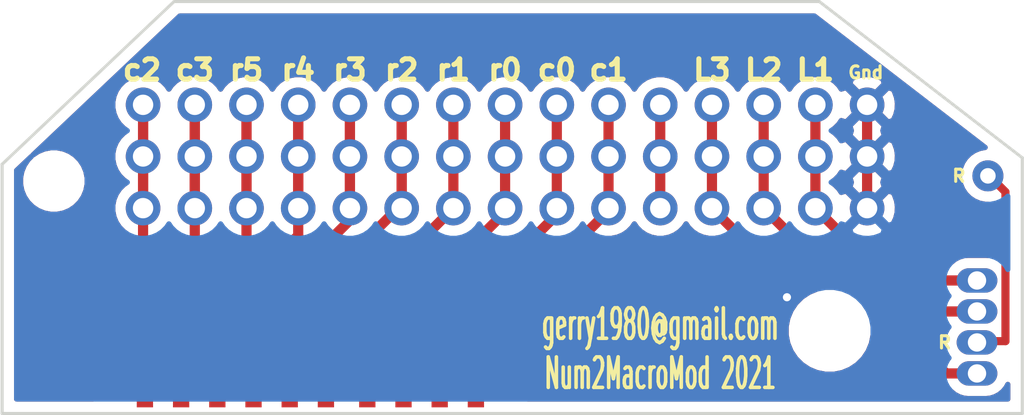
<source format=kicad_pcb>
(kicad_pcb (version 20171130) (host pcbnew "(5.1.8)-1")

  (general
    (thickness 1.6)
    (drawings 23)
    (tracks 65)
    (zones 0)
    (modules 5)
    (nets 17)
  )

  (page A4)
  (layers
    (0 F.Cu signal)
    (31 B.Cu signal)
    (32 B.Adhes user)
    (33 F.Adhes user)
    (34 B.Paste user)
    (35 F.Paste user)
    (36 B.SilkS user)
    (37 F.SilkS user)
    (38 B.Mask user)
    (39 F.Mask user)
    (40 Dwgs.User user)
    (41 Cmts.User user)
    (42 Eco1.User user)
    (43 Eco2.User user)
    (44 Edge.Cuts user)
    (45 Margin user)
    (46 B.CrtYd user)
    (47 F.CrtYd user)
    (48 B.Fab user)
    (49 F.Fab user)
  )

  (setup
    (last_trace_width 0.25)
    (trace_clearance 0.2)
    (zone_clearance 0.508)
    (zone_45_only no)
    (trace_min 0.2)
    (via_size 0.8)
    (via_drill 0.4)
    (via_min_size 0.4)
    (via_min_drill 0.3)
    (uvia_size 0.3)
    (uvia_drill 0.1)
    (uvias_allowed no)
    (uvia_min_size 0.2)
    (uvia_min_drill 0.1)
    (edge_width 0.05)
    (segment_width 0.2)
    (pcb_text_width 0.3)
    (pcb_text_size 1.5 1.5)
    (mod_edge_width 0.12)
    (mod_text_size 1 1)
    (mod_text_width 0.15)
    (pad_size 1.2 2)
    (pad_drill 0.9)
    (pad_to_mask_clearance 0)
    (aux_axis_origin 0 0)
    (visible_elements 7FFFFFFF)
    (pcbplotparams
      (layerselection 0x010fc_ffffffff)
      (usegerberextensions false)
      (usegerberattributes true)
      (usegerberadvancedattributes true)
      (creategerberjobfile true)
      (excludeedgelayer true)
      (linewidth 0.100000)
      (plotframeref false)
      (viasonmask false)
      (mode 1)
      (useauxorigin false)
      (hpglpennumber 1)
      (hpglpenspeed 20)
      (hpglpendiameter 15.000000)
      (psnegative false)
      (psa4output false)
      (plotreference true)
      (plotvalue true)
      (plotinvisibletext false)
      (padsonsilk false)
      (subtractmaskfromsilk false)
      (outputformat 1)
      (mirror false)
      (drillshape 0)
      (scaleselection 1)
      (outputdirectory "gerber"))
  )

  (net 0 "")
  (net 1 Gnd)
  (net 2 1)
  (net 3 2)
  (net 4 3)
  (net 5 4)
  (net 6 5)
  (net 7 6)
  (net 8 7)
  (net 9 8)
  (net 10 9)
  (net 11 10)
  (net 12 11)
  (net 13 12)
  (net 14 13)
  (net 15 14)
  (net 16 R)

  (net_class Default "This is the default net class."
    (clearance 0.2)
    (trace_width 0.25)
    (via_dia 0.8)
    (via_drill 0.4)
    (uvia_dia 0.3)
    (uvia_drill 0.1)
    (add_net 1)
    (add_net 10)
    (add_net 11)
    (add_net 12)
    (add_net 13)
    (add_net 14)
    (add_net 2)
    (add_net 3)
    (add_net 4)
    (add_net 5)
    (add_net 6)
    (add_net 7)
    (add_net 8)
    (add_net 9)
    (add_net Gnd)
    (add_net R)
  )

  (module Footprint (layer F.Cu) (tedit 609E4897) (tstamp 609DCAB9)
    (at 155.0305 99.441)
    (fp_text reference G*** (at 0 0) (layer F.SilkS) hide
      (effects (font (size 1.524 1.524) (thickness 0.3)))
    )
    (fp_text value LOGO (at 0.75 0) (layer F.SilkS) hide
      (effects (font (size 1.524 1.524) (thickness 0.3)))
    )
    (fp_poly (pts (xy 20.140002 -6.293037) (xy 25.146 -2.426073) (xy 25.146 10.244666) (xy -25.146 10.244666)
      (xy -25.146 -1.989754) (xy -24.976667 -1.989754) (xy -24.976667 10.075333) (xy 24.976666 10.075333)
      (xy 24.972119 3.8735) (xy 24.967571 -2.328334) (xy 15.028333 -9.989498) (xy -0.762 -9.989041)
      (xy -16.552334 -9.988584) (xy -20.7645 -5.989169) (xy -24.976667 -1.989754) (xy -25.146 -1.989754)
      (xy -25.146 -2.117108) (xy -24.793239 -2.434388) (xy -24.670329 -2.547975) (xy -24.436262 -2.767267)
      (xy -24.10262 -3.081314) (xy -23.680988 -3.479168) (xy -23.182948 -3.949878) (xy -22.620086 -4.482495)
      (xy -22.003984 -5.06607) (xy -21.346227 -5.689654) (xy -20.658398 -6.342296) (xy -20.538798 -6.455834)
      (xy -16.637119 -10.16) (xy 15.134005 -10.16) (xy 20.140002 -6.293037)) (layer F.CrtYd) (width 0.01))
    (pad "" np_thru_hole circle (at 15.594 6.096) (size 3 3) (drill 3) (layers *.Cu *.Mask))
    (pad "" np_thru_hole circle (at -22.506 -1.27) (size 2 2) (drill 2) (layers *.Cu *.Mask))
    (pad 1 connect rect (at -18.034 6.858) (size 0.8 6) (layers F.Cu F.Mask)
      (net 2 1) (clearance 2))
    (pad 2 connect rect (at -16.256 6.858) (size 0.8 6) (layers F.Cu F.Mask)
      (net 3 2))
    (pad 3 connect rect (at -14.478 6.858) (size 0.8 6) (layers F.Cu F.Mask)
      (net 4 3))
    (pad 4 connect rect (at -12.7 6.858) (size 0.8 6) (layers F.Cu F.Mask)
      (net 5 4))
    (pad 5 connect rect (at -10.922 6.858) (size 0.8 6) (layers F.Cu F.Mask)
      (net 6 5))
    (pad 6 connect rect (at -9.144 6.858) (size 0.8 6) (layers F.Cu F.Mask)
      (net 7 6))
    (pad 7 connect rect (at -7.112 6.858) (size 0.8 6) (layers F.Cu F.Mask)
      (net 8 7))
    (pad 8 connect rect (at -5.334 6.858) (size 0.8 6) (layers F.Cu F.Mask)
      (net 9 8))
    (pad 9 connect rect (at -3.556 6.858) (size 0.8 6) (layers F.Cu F.Mask)
      (net 10 9))
    (pad 10 connect rect (at -1.778 6.858) (size 0.8 6) (layers F.Cu F.Mask)
      (net 11 10) (clearance 2))
    (pad 11 thru_hole circle (at 23.368 -1.524) (size 1.524 1.524) (drill 0.762) (layers *.Cu *.Mask)
      (net 16 R))
  )

  (module LED_THT:LED_D5.0mm-4_RGB (layer F.Cu) (tedit 609E4693) (tstamp 609E387E)
    (at 177.8635 108.6485 90)
    (fp_text reference REF** (at 3.2385 -3.96 90) (layer F.SilkS) hide
      (effects (font (size 1 1) (thickness 0.15)))
    )
    (fp_text value LED_D5.0mm-4_RGB (at 3.2385 3.96 90) (layer F.Fab) hide
      (effects (font (size 1 1) (thickness 0.15)))
    )
    (pad 1 thru_hole oval (at 1.016 0 90) (size 1.2 2) (drill 0.9) (layers *.Cu *.Mask)
      (net 13 12))
    (pad 2 thru_hole oval (at 2.54 0 90) (size 1.2 2) (drill 0.9) (layers *.Cu *.Mask)
      (net 16 R))
    (pad 3 thru_hole oval (at 4.064 0 90) (size 1.2 2) (drill 0.9) (layers *.Cu *.Mask)
      (net 14 13))
    (pad 4 thru_hole oval (at 5.588 0 90) (size 1.2 2) (drill 0.9) (layers *.Cu *.Mask)
      (net 15 14))
  )

  (module Cable (layer F.Cu) (tedit 609D707F) (tstamp 609DE767)
    (at 154.94 99.7585)
    (fp_text reference REF** (at -20.364 -0.254 90) (layer F.SilkS) hide
      (effects (font (size 1 1) (thickness 0.15)))
    )
    (fp_text value Cable (at 19.856 -0.254 90) (layer F.Fab) hide
      (effects (font (size 1 1) (thickness 0.15)))
    )
    (fp_text user %R (at -0.254 -0.254 180) (layer F.Fab)
      (effects (font (size 1 1) (thickness 0.15)))
    )
    (pad 15 thru_hole circle (at 17.526 -0.254 90) (size 1.7 1.7) (drill 1) (layers *.Cu *.Mask)
      (net 1 Gnd))
    (pad 14 thru_hole circle (at 14.986 -0.254 90) (size 1.7 1.7) (drill 1) (layers *.Cu *.Mask)
      (net 15 14))
    (pad 13 thru_hole circle (at 12.446 -0.254 90) (size 1.7 1.7) (drill 1) (layers *.Cu *.Mask)
      (net 14 13))
    (pad 12 thru_hole circle (at 9.906 -0.254 90) (size 1.7 1.7) (drill 1) (layers *.Cu *.Mask)
      (net 13 12))
    (pad 11 thru_hole circle (at 7.366 -0.254 90) (size 1.7 1.7) (drill 1) (layers *.Cu *.Mask)
      (net 12 11))
    (pad 10 thru_hole circle (at 4.826 -0.254 90) (size 1.7 1.7) (drill 1) (layers *.Cu *.Mask)
      (net 11 10))
    (pad 9 thru_hole circle (at 2.286 -0.254 90) (size 1.7 1.7) (drill 1) (layers *.Cu *.Mask)
      (net 10 9))
    (pad 8 thru_hole circle (at -0.254 -0.254 90) (size 1.7 1.7) (drill 1) (layers *.Cu *.Mask)
      (net 9 8))
    (pad 7 thru_hole circle (at -2.794 -0.254 90) (size 1.7 1.7) (drill 1) (layers *.Cu *.Mask)
      (net 8 7))
    (pad 6 thru_hole circle (at -5.334 -0.254 90) (size 1.7 1.7) (drill 1) (layers *.Cu *.Mask)
      (net 7 6))
    (pad 5 thru_hole circle (at -7.874 -0.254 270) (size 1.7 1.7) (drill 1) (layers *.Cu *.Mask)
      (net 6 5))
    (pad 4 thru_hole circle (at -10.414 -0.254 90) (size 1.7 1.7) (drill 1) (layers *.Cu *.Mask)
      (net 5 4))
    (pad 3 thru_hole circle (at -12.954 -0.254 90) (size 1.7 1.7) (drill 1) (layers *.Cu *.Mask)
      (net 4 3))
    (pad 2 thru_hole circle (at -15.494 -0.254 90) (size 1.7 1.7) (drill 1) (layers *.Cu *.Mask)
      (net 3 2))
    (pad 1 thru_hole circle (at -18.034 -0.254 90) (size 1.7 1.7) (drill 1) (layers *.Cu *.Mask)
      (net 2 1))
  )

  (module Cable (layer F.Cu) (tedit 609D707F) (tstamp 609DE767)
    (at 154.94 97.2185)
    (fp_text reference REF** (at -20.364 -0.254 90) (layer F.SilkS) hide
      (effects (font (size 1 1) (thickness 0.15)))
    )
    (fp_text value Cable (at 19.856 -0.254 90) (layer F.Fab) hide
      (effects (font (size 1 1) (thickness 0.15)))
    )
    (fp_text user %R (at -0.254 -0.254 180) (layer F.Fab)
      (effects (font (size 1 1) (thickness 0.15)))
    )
    (pad 15 thru_hole circle (at 17.526 -0.254 90) (size 1.7 1.7) (drill 1) (layers *.Cu *.Mask)
      (net 1 Gnd))
    (pad 14 thru_hole circle (at 14.986 -0.254 90) (size 1.7 1.7) (drill 1) (layers *.Cu *.Mask)
      (net 15 14))
    (pad 13 thru_hole circle (at 12.446 -0.254 90) (size 1.7 1.7) (drill 1) (layers *.Cu *.Mask)
      (net 14 13))
    (pad 12 thru_hole circle (at 9.906 -0.254 90) (size 1.7 1.7) (drill 1) (layers *.Cu *.Mask)
      (net 13 12))
    (pad 11 thru_hole circle (at 7.366 -0.254 90) (size 1.7 1.7) (drill 1) (layers *.Cu *.Mask)
      (net 12 11))
    (pad 10 thru_hole circle (at 4.826 -0.254 90) (size 1.7 1.7) (drill 1) (layers *.Cu *.Mask)
      (net 11 10))
    (pad 9 thru_hole circle (at 2.286 -0.254 90) (size 1.7 1.7) (drill 1) (layers *.Cu *.Mask)
      (net 10 9))
    (pad 8 thru_hole circle (at -0.254 -0.254 90) (size 1.7 1.7) (drill 1) (layers *.Cu *.Mask)
      (net 9 8))
    (pad 7 thru_hole circle (at -2.794 -0.254 90) (size 1.7 1.7) (drill 1) (layers *.Cu *.Mask)
      (net 8 7))
    (pad 6 thru_hole circle (at -5.334 -0.254 90) (size 1.7 1.7) (drill 1) (layers *.Cu *.Mask)
      (net 7 6))
    (pad 5 thru_hole circle (at -7.874 -0.254 270) (size 1.7 1.7) (drill 1) (layers *.Cu *.Mask)
      (net 6 5))
    (pad 4 thru_hole circle (at -10.414 -0.254 90) (size 1.7 1.7) (drill 1) (layers *.Cu *.Mask)
      (net 5 4))
    (pad 3 thru_hole circle (at -12.954 -0.254 90) (size 1.7 1.7) (drill 1) (layers *.Cu *.Mask)
      (net 4 3))
    (pad 2 thru_hole circle (at -15.494 -0.254 90) (size 1.7 1.7) (drill 1) (layers *.Cu *.Mask)
      (net 3 2))
    (pad 1 thru_hole circle (at -18.034 -0.254 90) (size 1.7 1.7) (drill 1) (layers *.Cu *.Mask)
      (net 2 1))
  )

  (module Cable (layer F.Cu) (tedit 609D707F) (tstamp 609DCEE3)
    (at 154.94 94.6785)
    (fp_text reference REF** (at -20.364 -0.254 90) (layer F.SilkS) hide
      (effects (font (size 1 1) (thickness 0.15)))
    )
    (fp_text value Cable (at 19.856 -0.254 90) (layer F.Fab) hide
      (effects (font (size 1 1) (thickness 0.15)))
    )
    (fp_text user %R (at -0.254 -0.254 180) (layer F.Fab)
      (effects (font (size 1 1) (thickness 0.15)))
    )
    (pad 1 thru_hole circle (at -18.034 -0.254 90) (size 1.7 1.7) (drill 1) (layers *.Cu *.Mask)
      (net 2 1))
    (pad 2 thru_hole circle (at -15.494 -0.254 90) (size 1.7 1.7) (drill 1) (layers *.Cu *.Mask)
      (net 3 2))
    (pad 3 thru_hole circle (at -12.954 -0.254 90) (size 1.7 1.7) (drill 1) (layers *.Cu *.Mask)
      (net 4 3))
    (pad 4 thru_hole circle (at -10.414 -0.254 90) (size 1.7 1.7) (drill 1) (layers *.Cu *.Mask)
      (net 5 4))
    (pad 5 thru_hole circle (at -7.874 -0.254 270) (size 1.7 1.7) (drill 1) (layers *.Cu *.Mask)
      (net 6 5))
    (pad 6 thru_hole circle (at -5.334 -0.254 90) (size 1.7 1.7) (drill 1) (layers *.Cu *.Mask)
      (net 7 6))
    (pad 7 thru_hole circle (at -2.794 -0.254 90) (size 1.7 1.7) (drill 1) (layers *.Cu *.Mask)
      (net 8 7))
    (pad 8 thru_hole circle (at -0.254 -0.254 90) (size 1.7 1.7) (drill 1) (layers *.Cu *.Mask)
      (net 9 8))
    (pad 9 thru_hole circle (at 2.286 -0.254 90) (size 1.7 1.7) (drill 1) (layers *.Cu *.Mask)
      (net 10 9))
    (pad 10 thru_hole circle (at 4.826 -0.254 90) (size 1.7 1.7) (drill 1) (layers *.Cu *.Mask)
      (net 11 10))
    (pad 11 thru_hole circle (at 7.366 -0.254 90) (size 1.7 1.7) (drill 1) (layers *.Cu *.Mask)
      (net 12 11))
    (pad 12 thru_hole circle (at 9.906 -0.254 90) (size 1.7 1.7) (drill 1) (layers *.Cu *.Mask)
      (net 13 12))
    (pad 13 thru_hole circle (at 12.446 -0.254 90) (size 1.7 1.7) (drill 1) (layers *.Cu *.Mask)
      (net 14 13))
    (pad 14 thru_hole circle (at 14.986 -0.254 90) (size 1.7 1.7) (drill 1) (layers *.Cu *.Mask)
      (net 15 14))
    (pad 15 thru_hole circle (at 17.526 -0.254 90) (size 1.7 1.7) (drill 1) (layers *.Cu *.Mask)
      (net 1 Gnd))
  )

  (gr_text "gerry1980@gmail.com\nNum2MacroMod 2021" (at 162.306 106.426) (layer F.SilkS)
    (effects (font (size 1.5 0.7) (thickness 0.175)))
  )
  (gr_text R (at 176.9745 97.917) (layer F.SilkS) (tstamp 609E527D)
    (effects (font (size 0.6 0.6) (thickness 0.15)))
  )
  (gr_text R (at 176.276 106.1085) (layer F.SilkS) (tstamp 609E5277)
    (effects (font (size 0.6 0.6) (thickness 0.15)))
  )
  (gr_text Gnd (at 172.4025 92.837) (layer F.SilkS) (tstamp 609E45DF)
    (effects (font (size 0.6 0.6) (thickness 0.15)))
  )
  (gr_text L1 (at 169.926 92.71) (layer F.SilkS) (tstamp 609E45DF)
    (effects (font (size 1 1) (thickness 0.25)))
  )
  (gr_text L2 (at 167.386 92.71) (layer F.SilkS) (tstamp 609E45DF)
    (effects (font (size 1 1) (thickness 0.25)))
  )
  (gr_text L3 (at 164.846 92.71) (layer F.SilkS) (tstamp 609E45DF)
    (effects (font (size 1 1) (thickness 0.25)))
  )
  (gr_text r0 (at 154.686 92.71) (layer F.SilkS) (tstamp 609E0283)
    (effects (font (size 1 1) (thickness 0.25)))
  )
  (gr_text r1 (at 152.146 92.71) (layer F.SilkS) (tstamp 609E0283)
    (effects (font (size 1 1) (thickness 0.25)))
  )
  (gr_text r2 (at 149.606 92.71) (layer F.SilkS) (tstamp 609E0283)
    (effects (font (size 1 1) (thickness 0.25)))
  )
  (gr_text r3 (at 147.066 92.71) (layer F.SilkS) (tstamp 609E0283)
    (effects (font (size 1 1) (thickness 0.25)))
  )
  (gr_text r4 (at 144.526 92.71) (layer F.SilkS) (tstamp 609E0283)
    (effects (font (size 1 1) (thickness 0.25)))
  )
  (gr_text r5 (at 141.986 92.71) (layer F.SilkS) (tstamp 609E0283)
    (effects (font (size 1 1) (thickness 0.25)))
  )
  (gr_text c1 (at 159.766 92.71) (layer F.SilkS)
    (effects (font (size 1 1) (thickness 0.25)))
  )
  (gr_text c0 (at 157.226 92.71) (layer F.SilkS)
    (effects (font (size 1 1) (thickness 0.25)))
  )
  (gr_text c3 (at 139.446 92.71) (layer F.SilkS)
    (effects (font (size 1 1) (thickness 0.25)))
  )
  (gr_text c2 (at 136.8552 92.71) (layer F.SilkS)
    (effects (font (size 1 1) (thickness 0.25)))
  )
  (gr_line (start 129.9845 109.601) (end 180.086 109.601) (layer Edge.Cuts) (width 0.15) (tstamp 609DCAD8))
  (gr_line (start 129.9845 97.3455) (end 129.9845 109.601) (layer Edge.Cuts) (width 0.15))
  (gr_line (start 138.43 89.3445) (end 129.9845 97.3455) (layer Edge.Cuts) (width 0.15))
  (gr_line (start 170.1165 89.3445) (end 138.43 89.3445) (layer Edge.Cuts) (width 0.15))
  (gr_line (start 180.086 97.028) (end 170.1165 89.3445) (layer Edge.Cuts) (width 0.15))
  (gr_line (start 180.086 109.601) (end 180.086 97.028) (layer Edge.Cuts) (width 0.15))

  (segment (start 172.466 94.4245) (end 172.466 99.5045) (width 0.5) (layer F.Cu) (net 1))
  (via (at 168.529 103.886) (size 0.8) (drill 0.4) (layers F.Cu B.Cu) (net 1))
  (segment (start 136.906 106.2085) (end 136.9965 106.299) (width 0.5) (layer F.Cu) (net 2))
  (segment (start 136.906 94.4245) (end 136.906 106.2085) (width 0.5) (layer F.Cu) (net 2))
  (segment (start 136.906 94.4245) (end 136.906 99.5045) (width 0.5) (layer F.Cu) (net 2))
  (segment (start 139.446 102.3775) (end 139.446 94.4245) (width 0.5) (layer F.Cu) (net 3))
  (segment (start 138.7745 103.049) (end 139.446 102.3775) (width 0.5) (layer F.Cu) (net 3))
  (segment (start 138.7745 106.299) (end 138.7745 103.049) (width 0.5) (layer F.Cu) (net 3))
  (segment (start 139.446 96.239509) (end 139.446 99.5045) (width 0.5) (layer F.Cu) (net 3))
  (segment (start 139.446 94.4245) (end 139.446 96.239509) (width 0.5) (layer F.Cu) (net 3))
  (segment (start 141.986 101.6155) (end 141.986 94.4245) (width 0.5) (layer F.Cu) (net 4))
  (segment (start 140.5525 103.049) (end 141.986 101.6155) (width 0.5) (layer F.Cu) (net 4))
  (segment (start 140.5525 106.299) (end 140.5525 103.049) (width 0.5) (layer F.Cu) (net 4))
  (segment (start 141.986 94.4245) (end 141.986 99.5045) (width 0.5) (layer F.Cu) (net 4))
  (segment (start 144.526 100.8535) (end 144.526 94.4245) (width 0.5) (layer F.Cu) (net 5))
  (segment (start 142.3305 103.049) (end 144.526 100.8535) (width 0.5) (layer F.Cu) (net 5))
  (segment (start 142.3305 106.299) (end 142.3305 103.049) (width 0.5) (layer F.Cu) (net 5))
  (segment (start 144.526 94.4245) (end 144.526 99.5045) (width 0.5) (layer F.Cu) (net 5))
  (segment (start 147.066 100.0915) (end 147.066 94.4245) (width 0.5) (layer F.Cu) (net 6))
  (segment (start 144.1085 103.049) (end 147.066 100.0915) (width 0.5) (layer F.Cu) (net 6))
  (segment (start 144.1085 106.299) (end 144.1085 103.049) (width 0.5) (layer F.Cu) (net 6))
  (segment (start 147.066 94.4245) (end 147.066 99.5045) (width 0.5) (layer F.Cu) (net 6))
  (segment (start 149.606 99.3295) (end 149.606 94.4245) (width 0.5) (layer F.Cu) (net 7))
  (segment (start 145.8865 103.049) (end 149.606 99.3295) (width 0.5) (layer F.Cu) (net 7))
  (segment (start 145.8865 106.299) (end 145.8865 103.049) (width 0.5) (layer F.Cu) (net 7))
  (segment (start 149.606 94.4245) (end 149.606 99.5045) (width 0.5) (layer F.Cu) (net 7))
  (segment (start 147.9185 103.732) (end 147.9185 106.299) (width 0.5) (layer F.Cu) (net 8))
  (segment (start 152.146 99.5045) (end 147.9185 103.732) (width 0.5) (layer F.Cu) (net 8))
  (segment (start 152.146 94.4245) (end 152.146 99.5045) (width 0.5) (layer F.Cu) (net 8))
  (segment (start 149.6965 104.091998) (end 149.6965 106.299) (width 0.5) (layer F.Cu) (net 9))
  (segment (start 154.686 99.5045) (end 154.283998 99.5045) (width 0.5) (layer F.Cu) (net 9))
  (segment (start 149.86 106.299) (end 149.86 103.1605) (width 0.5) (layer F.Cu) (net 9))
  (segment (start 149.887 103.1605) (end 151.8285 101.219) (width 0.5) (layer F.Cu) (net 9))
  (segment (start 153.162 101.219) (end 154.8765 99.5045) (width 0.5) (layer F.Cu) (net 9))
  (segment (start 151.8285 101.219) (end 153.162 101.219) (width 0.5) (layer F.Cu) (net 9))
  (segment (start 154.686 94.4245) (end 154.686 99.5045) (width 0.5) (layer F.Cu) (net 9))
  (segment (start 157.226 94.4245) (end 157.226 99.5045) (width 0.5) (layer F.Cu) (net 10))
  (segment (start 154.813 102.235) (end 157.226 99.822) (width 0.5) (layer F.Cu) (net 10))
  (segment (start 151.4745 106.6435) (end 151.4745 103.124) (width 0.5) (layer F.Cu) (net 10))
  (segment (start 152.3365 102.235) (end 154.813 102.235) (width 0.5) (layer F.Cu) (net 10))
  (segment (start 151.4745 103.097) (end 152.3365 102.235) (width 0.5) (layer F.Cu) (net 10))
  (segment (start 153.2525 106.299) (end 153.2525 106.018) (width 0.5) (layer F.Cu) (net 11))
  (segment (start 159.766 94.4245) (end 159.766 99.5045) (width 0.5) (layer F.Cu) (net 11))
  (segment (start 153.2525 106.299) (end 153.2525 103.7955) (width 0.25) (layer F.Cu) (net 11))
  (segment (start 155.829 103.5685) (end 160.12 99.2775) (width 0.5) (layer F.Cu) (net 11))
  (segment (start 153.6065 103.5685) (end 155.829 103.5685) (width 0.5) (layer F.Cu) (net 11))
  (segment (start 162.306 94.4245) (end 162.306 99.5045) (width 0.5) (layer F.Cu) (net 12))
  (segment (start 164.846 94.4245) (end 164.846 99.5045) (width 0.5) (layer F.Cu) (net 13))
  (segment (start 177.8635 107.6325) (end 176.3395 107.6325) (width 0.5) (layer F.Cu) (net 13))
  (segment (start 176.3395 107.6325) (end 171.323 102.616) (width 0.5) (layer F.Cu) (net 13))
  (segment (start 167.9575 102.616) (end 164.846 99.5045) (width 0.5) (layer F.Cu) (net 13))
  (segment (start 171.323 102.616) (end 167.9575 102.616) (width 0.5) (layer F.Cu) (net 13))
  (segment (start 167.386 94.4245) (end 167.386 99.5045) (width 0.5) (layer F.Cu) (net 14))
  (segment (start 177.8635 104.5845) (end 175.5775 104.5845) (width 0.5) (layer F.Cu) (net 14))
  (segment (start 175.5775 104.5845) (end 172.9105 101.9175) (width 0.5) (layer F.Cu) (net 14))
  (segment (start 169.799 101.9175) (end 167.386 99.5045) (width 0.5) (layer F.Cu) (net 14))
  (segment (start 172.9105 101.9175) (end 169.799 101.9175) (width 0.5) (layer F.Cu) (net 14))
  (segment (start 177.8635 103.0605) (end 175.9585 103.0605) (width 0.5) (layer F.Cu) (net 15))
  (segment (start 175.9585 103.0605) (end 174.0535 101.1555) (width 0.5) (layer F.Cu) (net 15))
  (segment (start 169.926 94.4245) (end 169.926 99.5045) (width 0.5) (layer F.Cu) (net 15))
  (segment (start 171.577 101.1555) (end 169.926 99.5045) (width 0.5) (layer F.Cu) (net 15))
  (segment (start 174.0535 101.1555) (end 171.577 101.1555) (width 0.5) (layer F.Cu) (net 15))
  (segment (start 179.2605 98.71852) (end 179.2605 106.045) (width 0.4) (layer F.Cu) (net 16))
  (segment (start 178.47049 97.917) (end 179.2605 98.70701) (width 0.4) (layer F.Cu) (net 16))
  (segment (start 179.2605 106.045) (end 178.0105 106.045) (width 0.4) (layer F.Cu) (net 16))

  (zone (net 1) (net_name Gnd) (layer F.Cu) (tstamp 609E4905) (hatch edge 0.508)
    (connect_pads (clearance 0.508))
    (min_thickness 0.254)
    (fill yes (arc_segments 32) (thermal_gap 0.508) (thermal_bridge_width 0.508))
    (polygon
      (pts
        (xy 179.959 97.155) (xy 179.959 109.474) (xy 130.1115 109.474) (xy 130.0988 97.4852) (xy 138.4808 89.5096)
        (xy 138.4935 89.4715) (xy 170.053 89.4715)
      )
    )
    (filled_polygon
      (pts
        (xy 163.692525 100.451132) (xy 163.899368 100.657975) (xy 164.142589 100.82049) (xy 164.412842 100.932432) (xy 164.69974 100.9895)
        (xy 164.99226 100.9895) (xy 165.064961 100.975039) (xy 167.30097 103.211049) (xy 167.328683 103.244817) (xy 167.362451 103.27253)
        (xy 167.362453 103.272532) (xy 167.433952 103.33121) (xy 167.463441 103.355411) (xy 167.617187 103.437589) (xy 167.78401 103.488195)
        (xy 167.914023 103.501) (xy 167.914033 103.501) (xy 167.957499 103.505281) (xy 168.000965 103.501) (xy 169.960816 103.501)
        (xy 169.613198 103.644988) (xy 169.263517 103.878637) (xy 168.966137 104.176017) (xy 168.732488 104.525698) (xy 168.571547 104.914244)
        (xy 168.4895 105.326721) (xy 168.4895 105.747279) (xy 168.571547 106.159756) (xy 168.732488 106.548302) (xy 168.966137 106.897983)
        (xy 169.263517 107.195363) (xy 169.613198 107.429012) (xy 170.001744 107.589953) (xy 170.414221 107.672) (xy 170.834779 107.672)
        (xy 171.247256 107.589953) (xy 171.635802 107.429012) (xy 171.985483 107.195363) (xy 172.282863 106.897983) (xy 172.516512 106.548302)
        (xy 172.677453 106.159756) (xy 172.7595 105.747279) (xy 172.7595 105.326721) (xy 172.753878 105.298456) (xy 175.68297 108.227549)
        (xy 175.710683 108.261317) (xy 175.744451 108.28903) (xy 175.744453 108.289032) (xy 175.815952 108.34771) (xy 175.845441 108.371911)
        (xy 175.999187 108.454089) (xy 176.16601 108.504695) (xy 176.296023 108.5175) (xy 176.296033 108.5175) (xy 176.339499 108.521781)
        (xy 176.382965 108.5175) (xy 176.595134 108.5175) (xy 176.774051 108.664333) (xy 176.988599 108.779011) (xy 177.221398 108.84963)
        (xy 177.402835 108.8675) (xy 178.324165 108.8675) (xy 178.505602 108.84963) (xy 178.738401 108.779011) (xy 178.952949 108.664333)
        (xy 179.141002 108.510002) (xy 179.295333 108.321949) (xy 179.376 108.171031) (xy 179.376 108.891) (xy 155.789791 108.891)
        (xy 155.789791 104.45392) (xy 155.829 104.457781) (xy 155.872469 104.4535) (xy 155.872477 104.4535) (xy 156.00249 104.440695)
        (xy 156.169313 104.390089) (xy 156.323059 104.307911) (xy 156.457817 104.197317) (xy 156.485534 104.163544) (xy 159.659579 100.9895)
        (xy 159.91226 100.9895) (xy 160.199158 100.932432) (xy 160.469411 100.82049) (xy 160.712632 100.657975) (xy 160.919475 100.451132)
        (xy 161.036 100.27674) (xy 161.152525 100.451132) (xy 161.359368 100.657975) (xy 161.602589 100.82049) (xy 161.872842 100.932432)
        (xy 162.15974 100.9895) (xy 162.45226 100.9895) (xy 162.739158 100.932432) (xy 163.009411 100.82049) (xy 163.252632 100.657975)
        (xy 163.459475 100.451132) (xy 163.576 100.27674)
      )
    )
    (filled_polygon
      (pts
        (xy 178.263769 96.52) (xy 178.260908 96.52) (xy 177.99101 96.573686) (xy 177.736773 96.678995) (xy 177.507965 96.83188)
        (xy 177.31338 97.026465) (xy 177.160495 97.255273) (xy 177.055186 97.50951) (xy 177.0015 97.779408) (xy 177.0015 98.054592)
        (xy 177.055186 98.32449) (xy 177.160495 98.578727) (xy 177.31338 98.807535) (xy 177.507965 99.00212) (xy 177.736773 99.155005)
        (xy 177.99101 99.260314) (xy 178.260908 99.314) (xy 178.4255 99.314) (xy 178.4255 101.835481) (xy 178.324165 101.8255)
        (xy 177.402835 101.8255) (xy 177.221398 101.84337) (xy 176.988599 101.913989) (xy 176.774051 102.028667) (xy 176.595134 102.1755)
        (xy 176.325079 102.1755) (xy 174.710034 100.560456) (xy 174.682317 100.526683) (xy 174.547559 100.416089) (xy 174.393813 100.333911)
        (xy 174.22699 100.283305) (xy 174.096977 100.2705) (xy 174.096969 100.2705) (xy 174.0535 100.266219) (xy 174.010031 100.2705)
        (xy 173.745931 100.2705) (xy 173.869371 100.011617) (xy 173.941339 99.728089) (xy 173.956611 99.435969) (xy 173.914599 99.146481)
        (xy 173.816919 98.870753) (xy 173.743472 98.733343) (xy 173.494397 98.655708) (xy 172.645605 99.5045) (xy 172.659748 99.518643)
        (xy 172.480143 99.698248) (xy 172.466 99.684105) (xy 172.451858 99.698248) (xy 172.272253 99.518643) (xy 172.286395 99.5045)
        (xy 171.437603 98.655708) (xy 171.195311 98.731229) (xy 171.079475 98.557868) (xy 170.872632 98.351025) (xy 170.811 98.309844)
        (xy 170.811 98.159156) (xy 170.872632 98.117975) (xy 170.99771 97.992897) (xy 171.617208 97.992897) (xy 171.692514 98.2345)
        (xy 171.617208 98.476103) (xy 172.466 99.324895) (xy 173.314792 98.476103) (xy 173.239486 98.2345) (xy 173.314792 97.992897)
        (xy 172.466 97.144105) (xy 171.617208 97.992897) (xy 170.99771 97.992897) (xy 171.079475 97.911132) (xy 171.195311 97.737771)
        (xy 171.437603 97.813292) (xy 172.286395 96.9645) (xy 172.645605 96.9645) (xy 173.494397 97.813292) (xy 173.743472 97.735657)
        (xy 173.869371 97.471617) (xy 173.941339 97.188089) (xy 173.956611 96.895969) (xy 173.914599 96.606481) (xy 173.816919 96.330753)
        (xy 173.743472 96.193343) (xy 173.494397 96.115708) (xy 172.645605 96.9645) (xy 172.286395 96.9645) (xy 171.437603 96.115708)
        (xy 171.195311 96.191229) (xy 171.079475 96.017868) (xy 170.872632 95.811025) (xy 170.811 95.769844) (xy 170.811 95.619156)
        (xy 170.872632 95.577975) (xy 170.99771 95.452897) (xy 171.617208 95.452897) (xy 171.692514 95.6945) (xy 171.617208 95.936103)
        (xy 172.466 96.784895) (xy 173.314792 95.936103) (xy 173.239486 95.6945) (xy 173.314792 95.452897) (xy 172.466 94.604105)
        (xy 171.617208 95.452897) (xy 170.99771 95.452897) (xy 171.079475 95.371132) (xy 171.195311 95.197771) (xy 171.437603 95.273292)
        (xy 172.286395 94.4245) (xy 172.645605 94.4245) (xy 173.494397 95.273292) (xy 173.743472 95.195657) (xy 173.869371 94.931617)
        (xy 173.941339 94.648089) (xy 173.956611 94.355969) (xy 173.914599 94.066481) (xy 173.816919 93.790753) (xy 173.743472 93.653343)
        (xy 173.494397 93.575708) (xy 172.645605 94.4245) (xy 172.286395 94.4245) (xy 171.437603 93.575708) (xy 171.195311 93.651229)
        (xy 171.079475 93.477868) (xy 170.99771 93.396103) (xy 171.617208 93.396103) (xy 172.466 94.244895) (xy 173.314792 93.396103)
        (xy 173.237157 93.147028) (xy 172.973117 93.021129) (xy 172.689589 92.949161) (xy 172.397469 92.933889) (xy 172.107981 92.975901)
        (xy 171.832253 93.073581) (xy 171.694843 93.147028) (xy 171.617208 93.396103) (xy 170.99771 93.396103) (xy 170.872632 93.271025)
        (xy 170.629411 93.10851) (xy 170.359158 92.996568) (xy 170.07226 92.9395) (xy 169.77974 92.9395) (xy 169.492842 92.996568)
        (xy 169.222589 93.10851) (xy 168.979368 93.271025) (xy 168.772525 93.477868) (xy 168.656 93.65226) (xy 168.539475 93.477868)
        (xy 168.332632 93.271025) (xy 168.089411 93.10851) (xy 167.819158 92.996568) (xy 167.53226 92.9395) (xy 167.23974 92.9395)
        (xy 166.952842 92.996568) (xy 166.682589 93.10851) (xy 166.439368 93.271025) (xy 166.232525 93.477868) (xy 166.116 93.65226)
        (xy 165.999475 93.477868) (xy 165.792632 93.271025) (xy 165.549411 93.10851) (xy 165.279158 92.996568) (xy 164.99226 92.9395)
        (xy 164.69974 92.9395) (xy 164.412842 92.996568) (xy 164.142589 93.10851) (xy 163.899368 93.271025) (xy 163.692525 93.477868)
        (xy 163.576 93.65226) (xy 163.459475 93.477868) (xy 163.252632 93.271025) (xy 163.009411 93.10851) (xy 162.739158 92.996568)
        (xy 162.45226 92.9395) (xy 162.15974 92.9395) (xy 161.872842 92.996568) (xy 161.602589 93.10851) (xy 161.359368 93.271025)
        (xy 161.152525 93.477868) (xy 161.036 93.65226) (xy 160.919475 93.477868) (xy 160.712632 93.271025) (xy 160.469411 93.10851)
        (xy 160.199158 92.996568) (xy 159.91226 92.9395) (xy 159.61974 92.9395) (xy 159.332842 92.996568) (xy 159.062589 93.10851)
        (xy 158.819368 93.271025) (xy 158.612525 93.477868) (xy 158.496 93.65226) (xy 158.379475 93.477868) (xy 158.172632 93.271025)
        (xy 157.929411 93.10851) (xy 157.659158 92.996568) (xy 157.37226 92.9395) (xy 157.07974 92.9395) (xy 156.792842 92.996568)
        (xy 156.522589 93.10851) (xy 156.279368 93.271025) (xy 156.072525 93.477868) (xy 155.956 93.65226) (xy 155.839475 93.477868)
        (xy 155.632632 93.271025) (xy 155.389411 93.10851) (xy 155.119158 92.996568) (xy 154.83226 92.9395) (xy 154.53974 92.9395)
        (xy 154.252842 92.996568) (xy 153.982589 93.10851) (xy 153.739368 93.271025) (xy 153.532525 93.477868) (xy 153.416 93.65226)
        (xy 153.299475 93.477868) (xy 153.092632 93.271025) (xy 152.849411 93.10851) (xy 152.579158 92.996568) (xy 152.29226 92.9395)
        (xy 151.99974 92.9395) (xy 151.712842 92.996568) (xy 151.442589 93.10851) (xy 151.199368 93.271025) (xy 150.992525 93.477868)
        (xy 150.876 93.65226) (xy 150.759475 93.477868) (xy 150.552632 93.271025) (xy 150.309411 93.10851) (xy 150.039158 92.996568)
        (xy 149.75226 92.9395) (xy 149.45974 92.9395) (xy 149.172842 92.996568) (xy 148.902589 93.10851) (xy 148.659368 93.271025)
        (xy 148.452525 93.477868) (xy 148.336 93.65226) (xy 148.219475 93.477868) (xy 148.012632 93.271025) (xy 147.769411 93.10851)
        (xy 147.499158 92.996568) (xy 147.21226 92.9395) (xy 146.91974 92.9395) (xy 146.632842 92.996568) (xy 146.362589 93.10851)
        (xy 146.119368 93.271025) (xy 145.912525 93.477868) (xy 145.796 93.65226) (xy 145.679475 93.477868) (xy 145.472632 93.271025)
        (xy 145.229411 93.10851) (xy 144.959158 92.996568) (xy 144.67226 92.9395) (xy 144.37974 92.9395) (xy 144.092842 92.996568)
        (xy 143.822589 93.10851) (xy 143.579368 93.271025) (xy 143.372525 93.477868) (xy 143.256 93.65226) (xy 143.139475 93.477868)
        (xy 142.932632 93.271025) (xy 142.689411 93.10851) (xy 142.419158 92.996568) (xy 142.13226 92.9395) (xy 141.83974 92.9395)
        (xy 141.552842 92.996568) (xy 141.282589 93.10851) (xy 141.039368 93.271025) (xy 140.832525 93.477868) (xy 140.716 93.65226)
        (xy 140.599475 93.477868) (xy 140.392632 93.271025) (xy 140.149411 93.10851) (xy 139.879158 92.996568) (xy 139.59226 92.9395)
        (xy 139.29974 92.9395) (xy 139.012842 92.996568) (xy 138.742589 93.10851) (xy 138.499368 93.271025) (xy 138.292525 93.477868)
        (xy 138.176 93.65226) (xy 138.059475 93.477868) (xy 137.852632 93.271025) (xy 137.609411 93.10851) (xy 137.339158 92.996568)
        (xy 137.05226 92.9395) (xy 136.75974 92.9395) (xy 136.472842 92.996568) (xy 136.202589 93.10851) (xy 135.959368 93.271025)
        (xy 135.752525 93.477868) (xy 135.59001 93.721089) (xy 135.478068 93.991342) (xy 135.421 94.27824) (xy 135.421 94.57076)
        (xy 135.478068 94.857658) (xy 135.59001 95.127911) (xy 135.752525 95.371132) (xy 135.959368 95.577975) (xy 136.021 95.619156)
        (xy 136.021 95.769844) (xy 135.959368 95.811025) (xy 135.752525 96.017868) (xy 135.59001 96.261089) (xy 135.478068 96.531342)
        (xy 135.421 96.81824) (xy 135.421 97.11076) (xy 135.478068 97.397658) (xy 135.59001 97.667911) (xy 135.752525 97.911132)
        (xy 135.959368 98.117975) (xy 136.021 98.159156) (xy 136.021 98.309844) (xy 135.959368 98.351025) (xy 135.752525 98.557868)
        (xy 135.59001 98.801089) (xy 135.478068 99.071342) (xy 135.421 99.35824) (xy 135.421 99.65076) (xy 135.478068 99.937658)
        (xy 135.59001 100.207911) (xy 135.752525 100.451132) (xy 135.959368 100.657975) (xy 136.021001 100.699157) (xy 136.021001 101.250867)
        (xy 135.778594 101.324401) (xy 135.409085 101.521907) (xy 135.085207 101.787707) (xy 134.819407 102.111585) (xy 134.621901 102.481094)
        (xy 134.500276 102.882035) (xy 134.459209 103.299) (xy 134.459209 108.891) (xy 130.6945 108.891) (xy 130.6945 97.650892)
        (xy 131.414005 96.969256) (xy 131.254513 97.128748) (xy 131.075582 97.396537) (xy 130.952332 97.694088) (xy 130.8895 98.009967)
        (xy 130.8895 98.332033) (xy 130.952332 98.647912) (xy 131.075582 98.945463) (xy 131.254513 99.213252) (xy 131.482248 99.440987)
        (xy 131.750037 99.619918) (xy 132.047588 99.743168) (xy 132.363467 99.806) (xy 132.685533 99.806) (xy 133.001412 99.743168)
        (xy 133.298963 99.619918) (xy 133.566752 99.440987) (xy 133.794487 99.213252) (xy 133.973418 98.945463) (xy 134.096668 98.647912)
        (xy 134.1595 98.332033) (xy 134.1595 98.009967) (xy 134.096668 97.694088) (xy 133.973418 97.396537) (xy 133.794487 97.128748)
        (xy 133.566752 96.901013) (xy 133.298963 96.722082) (xy 133.001412 96.598832) (xy 132.685533 96.536) (xy 132.363467 96.536)
        (xy 132.047588 96.598832) (xy 131.750037 96.722082) (xy 131.495113 96.892417) (xy 138.712916 90.0545) (xy 169.87465 90.0545)
      )
    )
  )
  (zone (net 1) (net_name Gnd) (layer B.Cu) (tstamp 609E4902) (hatch edge 0.508)
    (connect_pads (clearance 0.508))
    (min_thickness 0.254)
    (fill yes (arc_segments 32) (thermal_gap 0.508) (thermal_bridge_width 0.508))
    (polygon
      (pts
        (xy 179.9844 97.1804) (xy 179.9844 109.474) (xy 130.0988 109.474) (xy 130.0988 97.4852) (xy 138.4808 89.5096)
        (xy 138.4808 89.4588) (xy 170.0276 89.4588)
      )
    )
    (filled_polygon
      (pts
        (xy 178.263769 96.52) (xy 178.260908 96.52) (xy 177.99101 96.573686) (xy 177.736773 96.678995) (xy 177.507965 96.83188)
        (xy 177.31338 97.026465) (xy 177.160495 97.255273) (xy 177.055186 97.50951) (xy 177.0015 97.779408) (xy 177.0015 98.054592)
        (xy 177.055186 98.32449) (xy 177.160495 98.578727) (xy 177.31338 98.807535) (xy 177.507965 99.00212) (xy 177.736773 99.155005)
        (xy 177.99101 99.260314) (xy 178.260908 99.314) (xy 178.536092 99.314) (xy 178.80599 99.260314) (xy 179.060227 99.155005)
        (xy 179.289035 99.00212) (xy 179.376001 98.915154) (xy 179.376001 102.52197) (xy 179.295333 102.371051) (xy 179.141002 102.182998)
        (xy 178.952949 102.028667) (xy 178.738401 101.913989) (xy 178.505602 101.84337) (xy 178.324165 101.8255) (xy 177.402835 101.8255)
        (xy 177.221398 101.84337) (xy 176.988599 101.913989) (xy 176.774051 102.028667) (xy 176.585998 102.182998) (xy 176.431667 102.371051)
        (xy 176.316989 102.585599) (xy 176.24637 102.818398) (xy 176.222525 103.0605) (xy 176.24637 103.302602) (xy 176.316989 103.535401)
        (xy 176.431667 103.749949) (xy 176.491208 103.8225) (xy 176.431667 103.895051) (xy 176.316989 104.109599) (xy 176.24637 104.342398)
        (xy 176.222525 104.5845) (xy 176.24637 104.826602) (xy 176.316989 105.059401) (xy 176.431667 105.273949) (xy 176.491208 105.3465)
        (xy 176.431667 105.419051) (xy 176.316989 105.633599) (xy 176.24637 105.866398) (xy 176.222525 106.1085) (xy 176.24637 106.350602)
        (xy 176.316989 106.583401) (xy 176.431667 106.797949) (xy 176.491208 106.8705) (xy 176.431667 106.943051) (xy 176.316989 107.157599)
        (xy 176.24637 107.390398) (xy 176.222525 107.6325) (xy 176.24637 107.874602) (xy 176.316989 108.107401) (xy 176.431667 108.321949)
        (xy 176.585998 108.510002) (xy 176.774051 108.664333) (xy 176.988599 108.779011) (xy 177.221398 108.84963) (xy 177.402835 108.8675)
        (xy 178.324165 108.8675) (xy 178.505602 108.84963) (xy 178.738401 108.779011) (xy 178.952949 108.664333) (xy 179.141002 108.510002)
        (xy 179.295333 108.321949) (xy 179.376 108.171031) (xy 179.376 108.891) (xy 130.6945 108.891) (xy 130.6945 105.326721)
        (xy 168.4895 105.326721) (xy 168.4895 105.747279) (xy 168.571547 106.159756) (xy 168.732488 106.548302) (xy 168.966137 106.897983)
        (xy 169.263517 107.195363) (xy 169.613198 107.429012) (xy 170.001744 107.589953) (xy 170.414221 107.672) (xy 170.834779 107.672)
        (xy 171.247256 107.589953) (xy 171.635802 107.429012) (xy 171.985483 107.195363) (xy 172.282863 106.897983) (xy 172.516512 106.548302)
        (xy 172.677453 106.159756) (xy 172.7595 105.747279) (xy 172.7595 105.326721) (xy 172.677453 104.914244) (xy 172.516512 104.525698)
        (xy 172.282863 104.176017) (xy 171.985483 103.878637) (xy 171.635802 103.644988) (xy 171.247256 103.484047) (xy 170.834779 103.402)
        (xy 170.414221 103.402) (xy 170.001744 103.484047) (xy 169.613198 103.644988) (xy 169.263517 103.878637) (xy 168.966137 104.176017)
        (xy 168.732488 104.525698) (xy 168.571547 104.914244) (xy 168.4895 105.326721) (xy 130.6945 105.326721) (xy 130.6945 97.650892)
        (xy 131.414005 96.969256) (xy 131.254513 97.128748) (xy 131.075582 97.396537) (xy 130.952332 97.694088) (xy 130.8895 98.009967)
        (xy 130.8895 98.332033) (xy 130.952332 98.647912) (xy 131.075582 98.945463) (xy 131.254513 99.213252) (xy 131.482248 99.440987)
        (xy 131.750037 99.619918) (xy 132.047588 99.743168) (xy 132.363467 99.806) (xy 132.685533 99.806) (xy 133.001412 99.743168)
        (xy 133.298963 99.619918) (xy 133.566752 99.440987) (xy 133.794487 99.213252) (xy 133.973418 98.945463) (xy 134.096668 98.647912)
        (xy 134.1595 98.332033) (xy 134.1595 98.009967) (xy 134.096668 97.694088) (xy 133.973418 97.396537) (xy 133.794487 97.128748)
        (xy 133.566752 96.901013) (xy 133.298963 96.722082) (xy 133.001412 96.598832) (xy 132.685533 96.536) (xy 132.363467 96.536)
        (xy 132.047588 96.598832) (xy 131.750037 96.722082) (xy 131.495113 96.892417) (xy 134.254522 94.27824) (xy 135.421 94.27824)
        (xy 135.421 94.57076) (xy 135.478068 94.857658) (xy 135.59001 95.127911) (xy 135.752525 95.371132) (xy 135.959368 95.577975)
        (xy 136.13376 95.6945) (xy 135.959368 95.811025) (xy 135.752525 96.017868) (xy 135.59001 96.261089) (xy 135.478068 96.531342)
        (xy 135.421 96.81824) (xy 135.421 97.11076) (xy 135.478068 97.397658) (xy 135.59001 97.667911) (xy 135.752525 97.911132)
        (xy 135.959368 98.117975) (xy 136.13376 98.2345) (xy 135.959368 98.351025) (xy 135.752525 98.557868) (xy 135.59001 98.801089)
        (xy 135.478068 99.071342) (xy 135.421 99.35824) (xy 135.421 99.65076) (xy 135.478068 99.937658) (xy 135.59001 100.207911)
        (xy 135.752525 100.451132) (xy 135.959368 100.657975) (xy 136.202589 100.82049) (xy 136.472842 100.932432) (xy 136.75974 100.9895)
        (xy 137.05226 100.9895) (xy 137.339158 100.932432) (xy 137.609411 100.82049) (xy 137.852632 100.657975) (xy 138.059475 100.451132)
        (xy 138.176 100.27674) (xy 138.292525 100.451132) (xy 138.499368 100.657975) (xy 138.742589 100.82049) (xy 139.012842 100.932432)
        (xy 139.29974 100.9895) (xy 139.59226 100.9895) (xy 139.879158 100.932432) (xy 140.149411 100.82049) (xy 140.392632 100.657975)
        (xy 140.599475 100.451132) (xy 140.716 100.27674) (xy 140.832525 100.451132) (xy 141.039368 100.657975) (xy 141.282589 100.82049)
        (xy 141.552842 100.932432) (xy 141.83974 100.9895) (xy 142.13226 100.9895) (xy 142.419158 100.932432) (xy 142.689411 100.82049)
        (xy 142.932632 100.657975) (xy 143.139475 100.451132) (xy 143.256 100.27674) (xy 143.372525 100.451132) (xy 143.579368 100.657975)
        (xy 143.822589 100.82049) (xy 144.092842 100.932432) (xy 144.37974 100.9895) (xy 144.67226 100.9895) (xy 144.959158 100.932432)
        (xy 145.229411 100.82049) (xy 145.472632 100.657975) (xy 145.679475 100.451132) (xy 145.796 100.27674) (xy 145.912525 100.451132)
        (xy 146.119368 100.657975) (xy 146.362589 100.82049) (xy 146.632842 100.932432) (xy 146.91974 100.9895) (xy 147.21226 100.9895)
        (xy 147.499158 100.932432) (xy 147.769411 100.82049) (xy 148.012632 100.657975) (xy 148.219475 100.451132) (xy 148.336 100.27674)
        (xy 148.452525 100.451132) (xy 148.659368 100.657975) (xy 148.902589 100.82049) (xy 149.172842 100.932432) (xy 149.45974 100.9895)
        (xy 149.75226 100.9895) (xy 150.039158 100.932432) (xy 150.309411 100.82049) (xy 150.552632 100.657975) (xy 150.759475 100.451132)
        (xy 150.876 100.27674) (xy 150.992525 100.451132) (xy 151.199368 100.657975) (xy 151.442589 100.82049) (xy 151.712842 100.932432)
        (xy 151.99974 100.9895) (xy 152.29226 100.9895) (xy 152.579158 100.932432) (xy 152.849411 100.82049) (xy 153.092632 100.657975)
        (xy 153.299475 100.451132) (xy 153.416 100.27674) (xy 153.532525 100.451132) (xy 153.739368 100.657975) (xy 153.982589 100.82049)
        (xy 154.252842 100.932432) (xy 154.53974 100.9895) (xy 154.83226 100.9895) (xy 155.119158 100.932432) (xy 155.389411 100.82049)
        (xy 155.632632 100.657975) (xy 155.839475 100.451132) (xy 155.956 100.27674) (xy 156.072525 100.451132) (xy 156.279368 100.657975)
        (xy 156.522589 100.82049) (xy 156.792842 100.932432) (xy 157.07974 100.9895) (xy 157.37226 100.9895) (xy 157.659158 100.932432)
        (xy 157.929411 100.82049) (xy 158.172632 100.657975) (xy 158.379475 100.451132) (xy 158.496 100.27674) (xy 158.612525 100.451132)
        (xy 158.819368 100.657975) (xy 159.062589 100.82049) (xy 159.332842 100.932432) (xy 159.61974 100.9895) (xy 159.91226 100.9895)
        (xy 160.199158 100.932432) (xy 160.469411 100.82049) (xy 160.712632 100.657975) (xy 160.919475 100.451132) (xy 161.036 100.27674)
        (xy 161.152525 100.451132) (xy 161.359368 100.657975) (xy 161.602589 100.82049) (xy 161.872842 100.932432) (xy 162.15974 100.9895)
        (xy 162.45226 100.9895) (xy 162.739158 100.932432) (xy 163.009411 100.82049) (xy 163.252632 100.657975) (xy 163.459475 100.451132)
        (xy 163.576 100.27674) (xy 163.692525 100.451132) (xy 163.899368 100.657975) (xy 164.142589 100.82049) (xy 164.412842 100.932432)
        (xy 164.69974 100.9895) (xy 164.99226 100.9895) (xy 165.279158 100.932432) (xy 165.549411 100.82049) (xy 165.792632 100.657975)
        (xy 165.999475 100.451132) (xy 166.116 100.27674) (xy 166.232525 100.451132) (xy 166.439368 100.657975) (xy 166.682589 100.82049)
        (xy 166.952842 100.932432) (xy 167.23974 100.9895) (xy 167.53226 100.9895) (xy 167.819158 100.932432) (xy 168.089411 100.82049)
        (xy 168.332632 100.657975) (xy 168.539475 100.451132) (xy 168.656 100.27674) (xy 168.772525 100.451132) (xy 168.979368 100.657975)
        (xy 169.222589 100.82049) (xy 169.492842 100.932432) (xy 169.77974 100.9895) (xy 170.07226 100.9895) (xy 170.359158 100.932432)
        (xy 170.629411 100.82049) (xy 170.872632 100.657975) (xy 170.99771 100.532897) (xy 171.617208 100.532897) (xy 171.694843 100.781972)
        (xy 171.958883 100.907871) (xy 172.242411 100.979839) (xy 172.534531 100.995111) (xy 172.824019 100.953099) (xy 173.099747 100.855419)
        (xy 173.237157 100.781972) (xy 173.314792 100.532897) (xy 172.466 99.684105) (xy 171.617208 100.532897) (xy 170.99771 100.532897)
        (xy 171.079475 100.451132) (xy 171.195311 100.277771) (xy 171.437603 100.353292) (xy 172.286395 99.5045) (xy 172.645605 99.5045)
        (xy 173.494397 100.353292) (xy 173.743472 100.275657) (xy 173.869371 100.011617) (xy 173.941339 99.728089) (xy 173.956611 99.435969)
        (xy 173.914599 99.146481) (xy 173.816919 98.870753) (xy 173.743472 98.733343) (xy 173.494397 98.655708) (xy 172.645605 99.5045)
        (xy 172.286395 99.5045) (xy 171.437603 98.655708) (xy 171.195311 98.731229) (xy 171.079475 98.557868) (xy 170.872632 98.351025)
        (xy 170.69824 98.2345) (xy 170.872632 98.117975) (xy 170.99771 97.992897) (xy 171.617208 97.992897) (xy 171.692514 98.2345)
        (xy 171.617208 98.476103) (xy 172.466 99.324895) (xy 173.314792 98.476103) (xy 173.239486 98.2345) (xy 173.314792 97.992897)
        (xy 172.466 97.144105) (xy 171.617208 97.992897) (xy 170.99771 97.992897) (xy 171.079475 97.911132) (xy 171.195311 97.737771)
        (xy 171.437603 97.813292) (xy 172.286395 96.9645) (xy 172.645605 96.9645) (xy 173.494397 97.813292) (xy 173.743472 97.735657)
        (xy 173.869371 97.471617) (xy 173.941339 97.188089) (xy 173.956611 96.895969) (xy 173.914599 96.606481) (xy 173.816919 96.330753)
        (xy 173.743472 96.193343) (xy 173.494397 96.115708) (xy 172.645605 96.9645) (xy 172.286395 96.9645) (xy 171.437603 96.115708)
        (xy 171.195311 96.191229) (xy 171.079475 96.017868) (xy 170.872632 95.811025) (xy 170.69824 95.6945) (xy 170.872632 95.577975)
        (xy 170.99771 95.452897) (xy 171.617208 95.452897) (xy 171.692514 95.6945) (xy 171.617208 95.936103) (xy 172.466 96.784895)
        (xy 173.314792 95.936103) (xy 173.239486 95.6945) (xy 173.314792 95.452897) (xy 172.466 94.604105) (xy 171.617208 95.452897)
        (xy 170.99771 95.452897) (xy 171.079475 95.371132) (xy 171.195311 95.197771) (xy 171.437603 95.273292) (xy 172.286395 94.4245)
        (xy 172.645605 94.4245) (xy 173.494397 95.273292) (xy 173.743472 95.195657) (xy 173.869371 94.931617) (xy 173.941339 94.648089)
        (xy 173.956611 94.355969) (xy 173.914599 94.066481) (xy 173.816919 93.790753) (xy 173.743472 93.653343) (xy 173.494397 93.575708)
        (xy 172.645605 94.4245) (xy 172.286395 94.4245) (xy 171.437603 93.575708) (xy 171.195311 93.651229) (xy 171.079475 93.477868)
        (xy 170.99771 93.396103) (xy 171.617208 93.396103) (xy 172.466 94.244895) (xy 173.314792 93.396103) (xy 173.237157 93.147028)
        (xy 172.973117 93.021129) (xy 172.689589 92.949161) (xy 172.397469 92.933889) (xy 172.107981 92.975901) (xy 171.832253 93.073581)
        (xy 171.694843 93.147028) (xy 171.617208 93.396103) (xy 170.99771 93.396103) (xy 170.872632 93.271025) (xy 170.629411 93.10851)
        (xy 170.359158 92.996568) (xy 170.07226 92.9395) (xy 169.77974 92.9395) (xy 169.492842 92.996568) (xy 169.222589 93.10851)
        (xy 168.979368 93.271025) (xy 168.772525 93.477868) (xy 168.656 93.65226) (xy 168.539475 93.477868) (xy 168.332632 93.271025)
        (xy 168.089411 93.10851) (xy 167.819158 92.996568) (xy 167.53226 92.9395) (xy 167.23974 92.9395) (xy 166.952842 92.996568)
        (xy 166.682589 93.10851) (xy 166.439368 93.271025) (xy 166.232525 93.477868) (xy 166.116 93.65226) (xy 165.999475 93.477868)
        (xy 165.792632 93.271025) (xy 165.549411 93.10851) (xy 165.279158 92.996568) (xy 164.99226 92.9395) (xy 164.69974 92.9395)
        (xy 164.412842 92.996568) (xy 164.142589 93.10851) (xy 163.899368 93.271025) (xy 163.692525 93.477868) (xy 163.576 93.65226)
        (xy 163.459475 93.477868) (xy 163.252632 93.271025) (xy 163.009411 93.10851) (xy 162.739158 92.996568) (xy 162.45226 92.9395)
        (xy 162.15974 92.9395) (xy 161.872842 92.996568) (xy 161.602589 93.10851) (xy 161.359368 93.271025) (xy 161.152525 93.477868)
        (xy 161.036 93.65226) (xy 160.919475 93.477868) (xy 160.712632 93.271025) (xy 160.469411 93.10851) (xy 160.199158 92.996568)
        (xy 159.91226 92.9395) (xy 159.61974 92.9395) (xy 159.332842 92.996568) (xy 159.062589 93.10851) (xy 158.819368 93.271025)
        (xy 158.612525 93.477868) (xy 158.496 93.65226) (xy 158.379475 93.477868) (xy 158.172632 93.271025) (xy 157.929411 93.10851)
        (xy 157.659158 92.996568) (xy 157.37226 92.9395) (xy 157.07974 92.9395) (xy 156.792842 92.996568) (xy 156.522589 93.10851)
        (xy 156.279368 93.271025) (xy 156.072525 93.477868) (xy 155.956 93.65226) (xy 155.839475 93.477868) (xy 155.632632 93.271025)
        (xy 155.389411 93.10851) (xy 155.119158 92.996568) (xy 154.83226 92.9395) (xy 154.53974 92.9395) (xy 154.252842 92.996568)
        (xy 153.982589 93.10851) (xy 153.739368 93.271025) (xy 153.532525 93.477868) (xy 153.416 93.65226) (xy 153.299475 93.477868)
        (xy 153.092632 93.271025) (xy 152.849411 93.10851) (xy 152.579158 92.996568) (xy 152.29226 92.9395) (xy 151.99974 92.9395)
        (xy 151.712842 92.996568) (xy 151.442589 93.10851) (xy 151.199368 93.271025) (xy 150.992525 93.477868) (xy 150.876 93.65226)
        (xy 150.759475 93.477868) (xy 150.552632 93.271025) (xy 150.309411 93.10851) (xy 150.039158 92.996568) (xy 149.75226 92.9395)
        (xy 149.45974 92.9395) (xy 149.172842 92.996568) (xy 148.902589 93.10851) (xy 148.659368 93.271025) (xy 148.452525 93.477868)
        (xy 148.336 93.65226) (xy 148.219475 93.477868) (xy 148.012632 93.271025) (xy 147.769411 93.10851) (xy 147.499158 92.996568)
        (xy 147.21226 92.9395) (xy 146.91974 92.9395) (xy 146.632842 92.996568) (xy 146.362589 93.10851) (xy 146.119368 93.271025)
        (xy 145.912525 93.477868) (xy 145.796 93.65226) (xy 145.679475 93.477868) (xy 145.472632 93.271025) (xy 145.229411 93.10851)
        (xy 144.959158 92.996568) (xy 144.67226 92.9395) (xy 144.37974 92.9395) (xy 144.092842 92.996568) (xy 143.822589 93.10851)
        (xy 143.579368 93.271025) (xy 143.372525 93.477868) (xy 143.256 93.65226) (xy 143.139475 93.477868) (xy 142.932632 93.271025)
        (xy 142.689411 93.10851) (xy 142.419158 92.996568) (xy 142.13226 92.9395) (xy 141.83974 92.9395) (xy 141.552842 92.996568)
        (xy 141.282589 93.10851) (xy 141.039368 93.271025) (xy 140.832525 93.477868) (xy 140.716 93.65226) (xy 140.599475 93.477868)
        (xy 140.392632 93.271025) (xy 140.149411 93.10851) (xy 139.879158 92.996568) (xy 139.59226 92.9395) (xy 139.29974 92.9395)
        (xy 139.012842 92.996568) (xy 138.742589 93.10851) (xy 138.499368 93.271025) (xy 138.292525 93.477868) (xy 138.176 93.65226)
        (xy 138.059475 93.477868) (xy 137.852632 93.271025) (xy 137.609411 93.10851) (xy 137.339158 92.996568) (xy 137.05226 92.9395)
        (xy 136.75974 92.9395) (xy 136.472842 92.996568) (xy 136.202589 93.10851) (xy 135.959368 93.271025) (xy 135.752525 93.477868)
        (xy 135.59001 93.721089) (xy 135.478068 93.991342) (xy 135.421 94.27824) (xy 134.254522 94.27824) (xy 138.712916 90.0545)
        (xy 169.87465 90.0545)
      )
    )
  )
)

</source>
